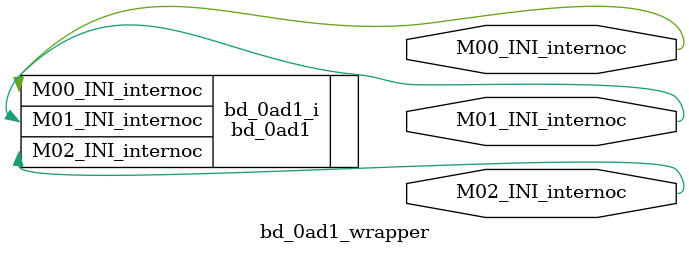
<source format=v>
`timescale 1 ps / 1 ps

module bd_0ad1_wrapper
   (M00_INI_internoc,
    M01_INI_internoc,
    M02_INI_internoc);
  output [0:0]M00_INI_internoc;
  output [0:0]M01_INI_internoc;
  output [0:0]M02_INI_internoc;

  wire [0:0]M00_INI_internoc;
  wire [0:0]M01_INI_internoc;
  wire [0:0]M02_INI_internoc;

  bd_0ad1 bd_0ad1_i
       (.M00_INI_internoc(M00_INI_internoc),
        .M01_INI_internoc(M01_INI_internoc),
        .M02_INI_internoc(M02_INI_internoc));
endmodule

</source>
